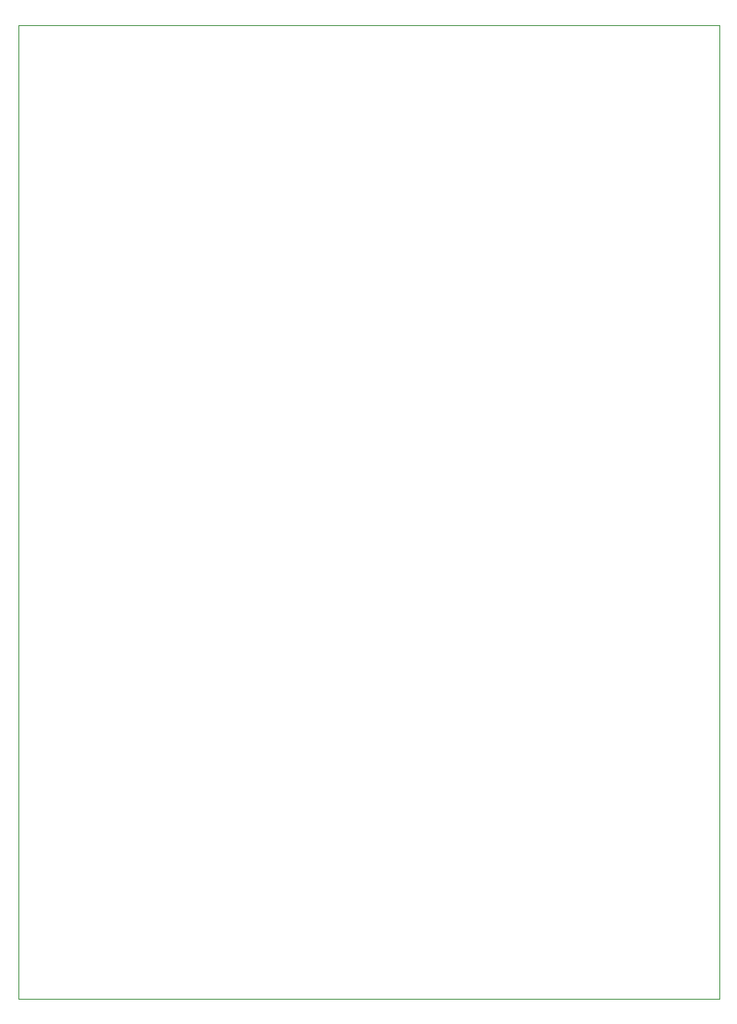
<source format=gbr>
%TF.GenerationSoftware,KiCad,Pcbnew,7.0.1*%
%TF.CreationDate,2023-05-04T12:42:05+02:00*%
%TF.ProjectId,traco_breakout_minimal,74726163-6f5f-4627-9265-616b6f75745f,rev?*%
%TF.SameCoordinates,Original*%
%TF.FileFunction,Profile,NP*%
%FSLAX46Y46*%
G04 Gerber Fmt 4.6, Leading zero omitted, Abs format (unit mm)*
G04 Created by KiCad (PCBNEW 7.0.1) date 2023-05-04 12:42:05*
%MOMM*%
%LPD*%
G01*
G04 APERTURE LIST*
%TA.AperFunction,Profile*%
%ADD10C,0.100000*%
%TD*%
G04 APERTURE END LIST*
D10*
X95600000Y-50890000D02*
X166400000Y-50890000D01*
X166400000Y-149150000D02*
X95600000Y-149150000D01*
X166400000Y-50890000D02*
X166400000Y-149150000D01*
X95600000Y-149150000D02*
X95600000Y-50890000D01*
M02*

</source>
